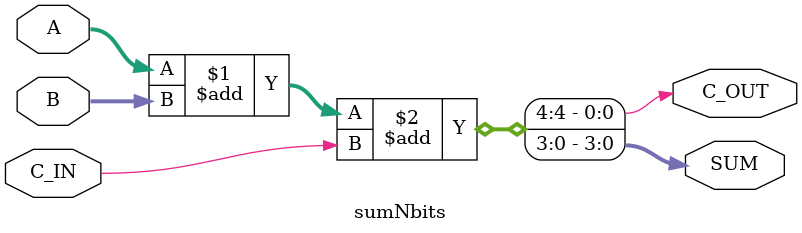
<source format=v>
module part3(CLK, IN,EA,EB,P);
	input		CLK, EA, EB;
	input		[7:0]IN;
	output	[15:0]P;
	
	wire	[7:0] A,B;
	wire	[15:0]SUM;
	wire	[7:0] adder1_in0, adder1_in1;
	wire	[7:0] adder2_in0, adder2_in1;
	wire 	[7:0] adder3_in0, adder3_in1;
	wire	[7:0] adder4_in0, adder4_in1;
	wire	[7:0] adder5_in0, adder5_in1;
	wire 	[7:0] adder6_in0, adder6_in1;
	wire	[7:0] adder7_in0, adder7_in1;

	D_FF	inputa_ff (.CLK(CLK), .EN(EA), .D(IN),  .Q(A));
	D_FF	inputb_ff (.CLK(CLK), .EN(EB), .D(IN),  .Q(B));
	D_FF	output_ff (.CLK(CLK), .EN(1),  .D(SUM), .Q(P));
	
	multiply_Nx1	inst0		(.A(A), .B(B[0]), .P({adder1_in0[6:0],SUM[0]}));
	multiply_Nx1	inst1		(.A(A), .B(B[1]), .P(adder1_in1));
	multiply_Nx1	inst2		(.A(A), .B(B[2]), .P(adder2_in1));
	multiply_Nx1	inst3		(.A(A), .B(B[3]), .P(adder3_in1));
	multiply_Nx1	inst4		(.A(A), .B(B[4]), .P(adder4_in1));
	multiply_Nx1	inst5		(.A(A), .B(B[5]), .P(adder5_in1));
	multiply_Nx1	inst6		(.A(A), .B(B[6]), .P(adder6_in1));
	multiply_Nx1	inst7		(.A(A), .B(B[7]), .P(adder7_in1));
	
	sumNbits	adder1 (.A(adder1_in0), .B(adder1_in1), .C_IN(0) ,.SUM({adder2_in0[2:0],SUM[1]}) ,.C_OUT(adder2_in0[3]));
	sumNbits adder2 (.A(adder2_in0), .B(adder2_in1), .C_IN(0) ,.SUM({adder3_in0[2:0],SUM[2]}) ,.C_OUT(adder3_in0[3]));
	sumNbits adder3 (.A(adder3_in0), .B(adder3_in1), .C_IN(0) ,.SUM({adder4_in0[2:0],SUM[3]}) ,.C_OUT(adder4_in0[3]));
	sumNbits	adder4 (.A(adder4_in0), .B(adder4_in1), .C_IN(0) ,.SUM({adder5_in0[2:0],SUM[4]}) ,.C_OUT(adder5_in0[3]));
	sumNbits adder5 (.A(adder5_in0), .B(adder5_in1), .C_IN(0) ,.SUM({adder6_in0[2:0],SUM[5]}) ,.C_OUT(adder6_in0[3]));
	sumNbits adder6 (.A(adder6_in0), .B(adder6_in1), .C_IN(0) ,.SUM({adder7_in0[2:0],SUM[6]}) ,.C_OUT(adder7_in0[3]));
	sumNbits	adder7 (.A(adder7_in0), .B(adder7_in1), .C_IN(0) ,.SUM(SUM[14:7]) 					,.C_OUT(SUM[15]));
	
	defparam inputa_ff.n_bits = 8;
	defparam inputb_ff.n_bits = 8;
	defparam output_ff.n_bits = 16;
	
	defparam inst0.n_bits = 8;
	defparam inst1.n_bits = 8;
	defparam inst2.n_bits = 8;
	defparam inst3.n_bits = 8;
	defparam inst4.n_bits = 8;
	defparam inst5.n_bits = 8;
	defparam inst6.n_bits = 8;
	defparam inst7.n_bits = 8;
	
	defparam	adder1.n_bits = 8;
	defparam	adder2.n_bits = 8;
	defparam	adder3.n_bits = 8;
	defparam	adder4.n_bits = 8;
	defparam	adder5.n_bits = 8;
	defparam	adder6.n_bits = 8;
	defparam	adder7.n_bits = 8;
	

	
endmodule

module D_FF(CLK, EN, D, Q);
	parameter n_bits = 4;
	input		CLK, EN;
	input 	[n_bits-1:0]D;
	output	reg[n_bits-1:0]Q;
	
	always @(posedge CLK) begin
		if (EN) Q<=D;
	end
	
endmodule

module multiply_Nx1(A,B,P);
	parameter	n_bits = 4;
	input		[n_bits-1:0]A;
	input		B;
	output	[n_bits-1:0]P;
	
	assign 	P = A & {n_bits{B}};
endmodule

module sumNbits(A,B,C_IN,SUM,C_OUT);
	parameter	n_bits = 4;
	input		[3:0]A,B;
	input		C_IN;
	output	[3:0]SUM;
	output	C_OUT;
	
	assign {C_OUT,SUM} = A+B+C_IN;
	
endmodule


</source>
